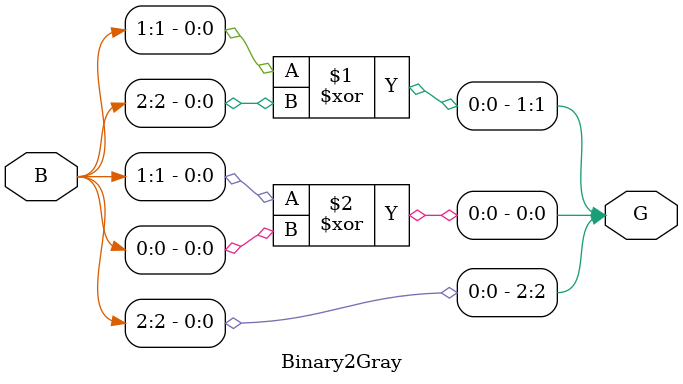
<source format=v>
module  Binary2Gray
(
  input [2:0]B,
  output [2:0]G
);

assign G[2]=B[2];
assign G[1]=B[1]^B[2];
assign G[0]=B[1]^B[0];

endmodule

</source>
